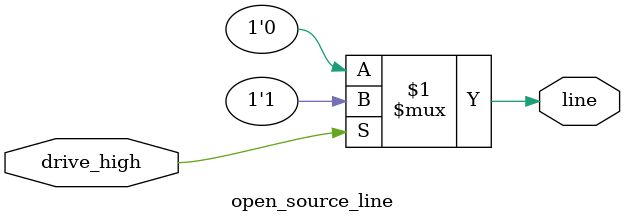
<source format=v>
module open_source_line(
    input drive_high,
    output line
);

    assign line = (drive_high)? 1'b1:1'b0;
endmodule

</source>
